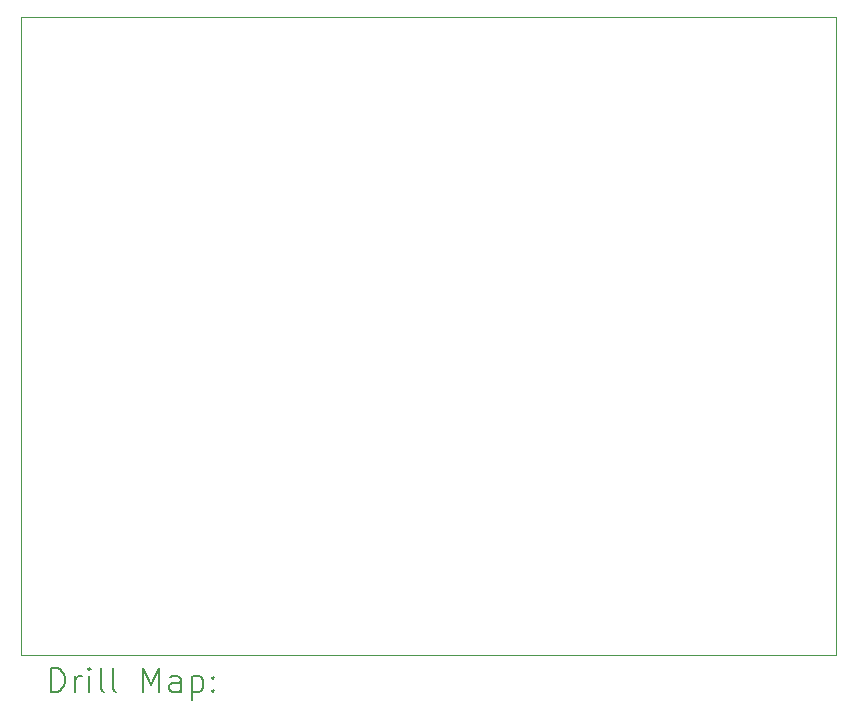
<source format=gbr>
%TF.GenerationSoftware,KiCad,Pcbnew,9.0.4-9.0.4-0~ubuntu24.04.1*%
%TF.CreationDate,2025-08-23T17:14:51+02:00*%
%TF.ProjectId,hv_board,68765f62-6f61-4726-942e-6b696361645f,rev?*%
%TF.SameCoordinates,Original*%
%TF.FileFunction,Drillmap*%
%TF.FilePolarity,Positive*%
%FSLAX45Y45*%
G04 Gerber Fmt 4.5, Leading zero omitted, Abs format (unit mm)*
G04 Created by KiCad (PCBNEW 9.0.4-9.0.4-0~ubuntu24.04.1) date 2025-08-23 17:14:51*
%MOMM*%
%LPD*%
G01*
G04 APERTURE LIST*
%ADD10C,0.050000*%
%ADD11C,0.200000*%
G04 APERTURE END LIST*
D10*
X11450000Y-5200000D02*
X18350000Y-5200000D01*
X18350000Y-10600000D01*
X11450000Y-10600000D01*
X11450000Y-5200000D01*
D11*
X11708277Y-10913984D02*
X11708277Y-10713984D01*
X11708277Y-10713984D02*
X11755896Y-10713984D01*
X11755896Y-10713984D02*
X11784467Y-10723508D01*
X11784467Y-10723508D02*
X11803515Y-10742555D01*
X11803515Y-10742555D02*
X11813039Y-10761603D01*
X11813039Y-10761603D02*
X11822562Y-10799698D01*
X11822562Y-10799698D02*
X11822562Y-10828270D01*
X11822562Y-10828270D02*
X11813039Y-10866365D01*
X11813039Y-10866365D02*
X11803515Y-10885412D01*
X11803515Y-10885412D02*
X11784467Y-10904460D01*
X11784467Y-10904460D02*
X11755896Y-10913984D01*
X11755896Y-10913984D02*
X11708277Y-10913984D01*
X11908277Y-10913984D02*
X11908277Y-10780650D01*
X11908277Y-10818746D02*
X11917801Y-10799698D01*
X11917801Y-10799698D02*
X11927324Y-10790174D01*
X11927324Y-10790174D02*
X11946372Y-10780650D01*
X11946372Y-10780650D02*
X11965420Y-10780650D01*
X12032086Y-10913984D02*
X12032086Y-10780650D01*
X12032086Y-10713984D02*
X12022562Y-10723508D01*
X12022562Y-10723508D02*
X12032086Y-10733031D01*
X12032086Y-10733031D02*
X12041610Y-10723508D01*
X12041610Y-10723508D02*
X12032086Y-10713984D01*
X12032086Y-10713984D02*
X12032086Y-10733031D01*
X12155896Y-10913984D02*
X12136848Y-10904460D01*
X12136848Y-10904460D02*
X12127324Y-10885412D01*
X12127324Y-10885412D02*
X12127324Y-10713984D01*
X12260658Y-10913984D02*
X12241610Y-10904460D01*
X12241610Y-10904460D02*
X12232086Y-10885412D01*
X12232086Y-10885412D02*
X12232086Y-10713984D01*
X12489229Y-10913984D02*
X12489229Y-10713984D01*
X12489229Y-10713984D02*
X12555896Y-10856841D01*
X12555896Y-10856841D02*
X12622562Y-10713984D01*
X12622562Y-10713984D02*
X12622562Y-10913984D01*
X12803515Y-10913984D02*
X12803515Y-10809222D01*
X12803515Y-10809222D02*
X12793991Y-10790174D01*
X12793991Y-10790174D02*
X12774943Y-10780650D01*
X12774943Y-10780650D02*
X12736848Y-10780650D01*
X12736848Y-10780650D02*
X12717801Y-10790174D01*
X12803515Y-10904460D02*
X12784467Y-10913984D01*
X12784467Y-10913984D02*
X12736848Y-10913984D01*
X12736848Y-10913984D02*
X12717801Y-10904460D01*
X12717801Y-10904460D02*
X12708277Y-10885412D01*
X12708277Y-10885412D02*
X12708277Y-10866365D01*
X12708277Y-10866365D02*
X12717801Y-10847317D01*
X12717801Y-10847317D02*
X12736848Y-10837793D01*
X12736848Y-10837793D02*
X12784467Y-10837793D01*
X12784467Y-10837793D02*
X12803515Y-10828270D01*
X12898753Y-10780650D02*
X12898753Y-10980650D01*
X12898753Y-10790174D02*
X12917801Y-10780650D01*
X12917801Y-10780650D02*
X12955896Y-10780650D01*
X12955896Y-10780650D02*
X12974943Y-10790174D01*
X12974943Y-10790174D02*
X12984467Y-10799698D01*
X12984467Y-10799698D02*
X12993991Y-10818746D01*
X12993991Y-10818746D02*
X12993991Y-10875889D01*
X12993991Y-10875889D02*
X12984467Y-10894936D01*
X12984467Y-10894936D02*
X12974943Y-10904460D01*
X12974943Y-10904460D02*
X12955896Y-10913984D01*
X12955896Y-10913984D02*
X12917801Y-10913984D01*
X12917801Y-10913984D02*
X12898753Y-10904460D01*
X13079705Y-10894936D02*
X13089229Y-10904460D01*
X13089229Y-10904460D02*
X13079705Y-10913984D01*
X13079705Y-10913984D02*
X13070182Y-10904460D01*
X13070182Y-10904460D02*
X13079705Y-10894936D01*
X13079705Y-10894936D02*
X13079705Y-10913984D01*
X13079705Y-10790174D02*
X13089229Y-10799698D01*
X13089229Y-10799698D02*
X13079705Y-10809222D01*
X13079705Y-10809222D02*
X13070182Y-10799698D01*
X13070182Y-10799698D02*
X13079705Y-10790174D01*
X13079705Y-10790174D02*
X13079705Y-10809222D01*
M02*

</source>
